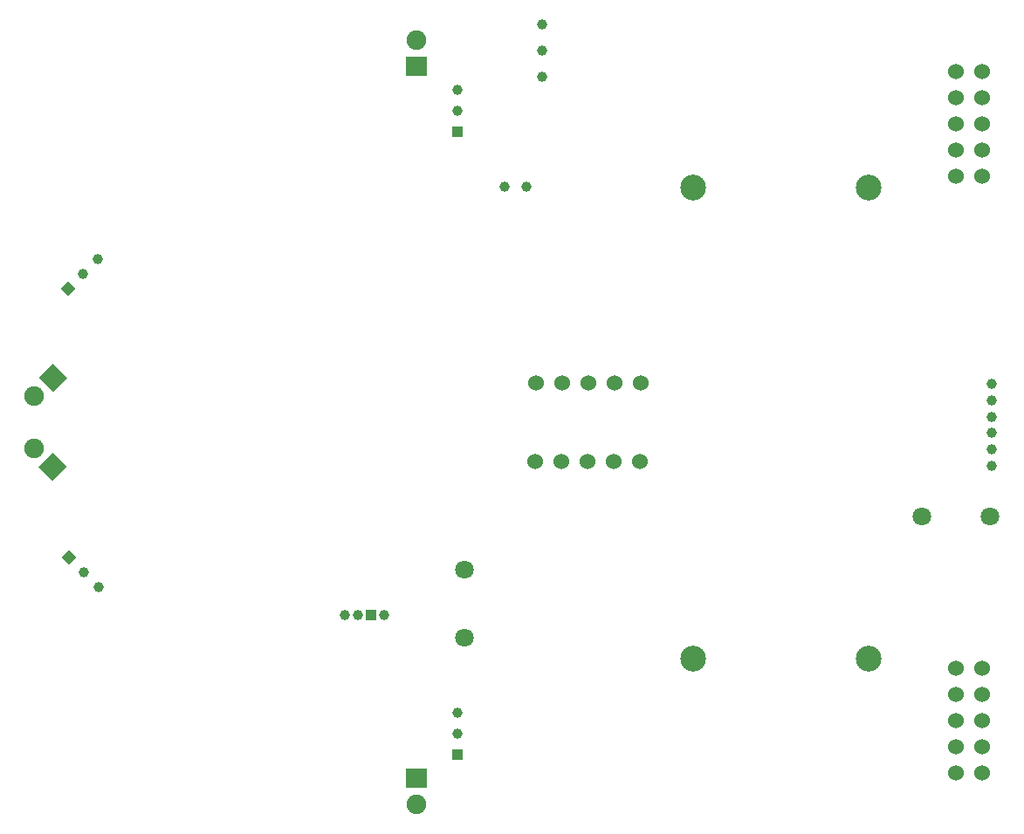
<source format=gbs>
G04 #@! TF.FileFunction,Soldermask,Bot*
%FSLAX46Y46*%
G04 Gerber Fmt 4.6, Leading zero omitted, Abs format (unit mm)*
G04 Created by KiCad (PCBNEW 4.0.1-stable) date 2018年08月25日 土曜日 19:37:46*
%MOMM*%
G01*
G04 APERTURE LIST*
%ADD10C,0.100000*%
%ADD11C,1.000000*%
%ADD12R,2.000000X1.900000*%
%ADD13C,1.900000*%
%ADD14R,1.000000X1.000000*%
%ADD15C,1.800000*%
%ADD16C,1.524000*%
%ADD17C,2.500000*%
G04 APERTURE END LIST*
D10*
D11*
X-6688000Y-5062000D03*
X-4588000Y-5062000D03*
D12*
X-15240000Y6604000D03*
D13*
X-15240000Y9144000D03*
D12*
X-15240000Y-62484000D03*
D13*
X-15240000Y-65024000D03*
D10*
G36*
X-51924858Y-23586645D02*
X-50581355Y-22243142D01*
X-49167142Y-23657355D01*
X-50510645Y-25000858D01*
X-51924858Y-23586645D01*
X-51924858Y-23586645D01*
G37*
D13*
X-52342051Y-25418051D03*
D10*
G36*
X-50510645Y-30879142D02*
X-49167142Y-32222645D01*
X-50581355Y-33636858D01*
X-51924858Y-32293355D01*
X-50510645Y-30879142D01*
X-50510645Y-30879142D01*
G37*
D13*
X-52342051Y-30461949D03*
D11*
X-46111121Y-43904803D03*
X-47547962Y-42467962D03*
D10*
G36*
X-49691910Y-41031121D02*
X-48984803Y-40324014D01*
X-48277696Y-41031121D01*
X-48984803Y-41738228D01*
X-49691910Y-41031121D01*
X-49691910Y-41031121D01*
G37*
D11*
X-11303000Y-56134000D03*
X-11303000Y-58166000D03*
D14*
X-11303000Y-60198000D03*
D11*
X-11303000Y4318000D03*
X-11303000Y2286000D03*
D14*
X-11303000Y254000D03*
D11*
X-46138197Y-12075121D03*
X-47575038Y-13511962D03*
D10*
G36*
X-49011879Y-15655910D02*
X-49718986Y-14948803D01*
X-49011879Y-14241696D01*
X-48304772Y-14948803D01*
X-49011879Y-15655910D01*
X-49011879Y-15655910D01*
G37*
D11*
X-3048000Y10668000D03*
X-3048000Y8128000D03*
X-3048000Y5588000D03*
D15*
X-10617200Y-48869600D03*
X-10617200Y-42265600D03*
X40386000Y-37084000D03*
X33782000Y-37084000D03*
D11*
X-18364200Y-46634400D03*
X-20904200Y-46634400D03*
X-22174200Y-46634400D03*
D14*
X-19634200Y-46634400D03*
D16*
X37022000Y-51826000D03*
X37022000Y-54366000D03*
X37022000Y-56906000D03*
X37022000Y-59446000D03*
X37022000Y-61986000D03*
X39562000Y-51826000D03*
X39562000Y-54366000D03*
X39562000Y-56906000D03*
X39562000Y-59446000D03*
X39562000Y-61986000D03*
X37022000Y6086000D03*
X37022000Y3546000D03*
X37022000Y1006000D03*
X37022000Y-1534000D03*
X37022000Y-4074000D03*
X39562000Y6086000D03*
X39562000Y3546000D03*
X39562000Y1006000D03*
X39562000Y-1534000D03*
X39562000Y-4074000D03*
X6427000Y-31730000D03*
X3887000Y-31730000D03*
X1347000Y-31730000D03*
X-1193000Y-31730000D03*
X-3733000Y-31730000D03*
X-3683000Y-24130000D03*
X-1143000Y-24130000D03*
X1397000Y-24130000D03*
X3937000Y-24130000D03*
X6477000Y-24130000D03*
D11*
X40484000Y-24244000D03*
X40484000Y-25844000D03*
X40484000Y-27394000D03*
X40484000Y-28994000D03*
X40484000Y-30594000D03*
X40484000Y-32194000D03*
D17*
X11545200Y-5127000D03*
X28545200Y-5127000D03*
X11545200Y-50872400D03*
X28545200Y-50872400D03*
M02*

</source>
